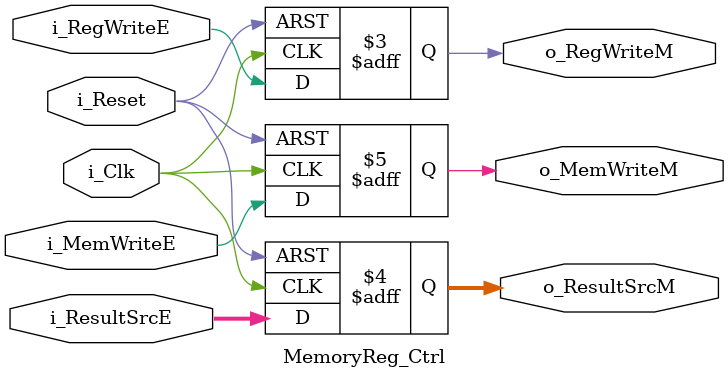
<source format=sv>
module MemoryReg_Ctrl
(
    input  logic       i_Clk,
    input  logic       i_Reset,

    // Input from Control Path
    input  logic       i_RegWriteE,
    input  logic [1:0] i_ResultSrcE,
    input  logic       i_MemWriteE,

    // Output to Control Path
    output logic       o_RegWriteM,
    output logic [1:0] o_ResultSrcM,
    output logic       o_MemWriteM
);

    // Control Path Register
    always @(posedge i_Clk or negedge i_Reset)
        if(~i_Reset)
        begin
            o_RegWriteM  <= 0;
            o_ResultSrcM <= 0;
            o_MemWriteM  <= 0;
        end
        else
        begin
            o_RegWriteM  <= i_RegWriteE;
            o_ResultSrcM <= i_ResultSrcE;
            o_MemWriteM  <= i_MemWriteE;
        end
endmodule
</source>
